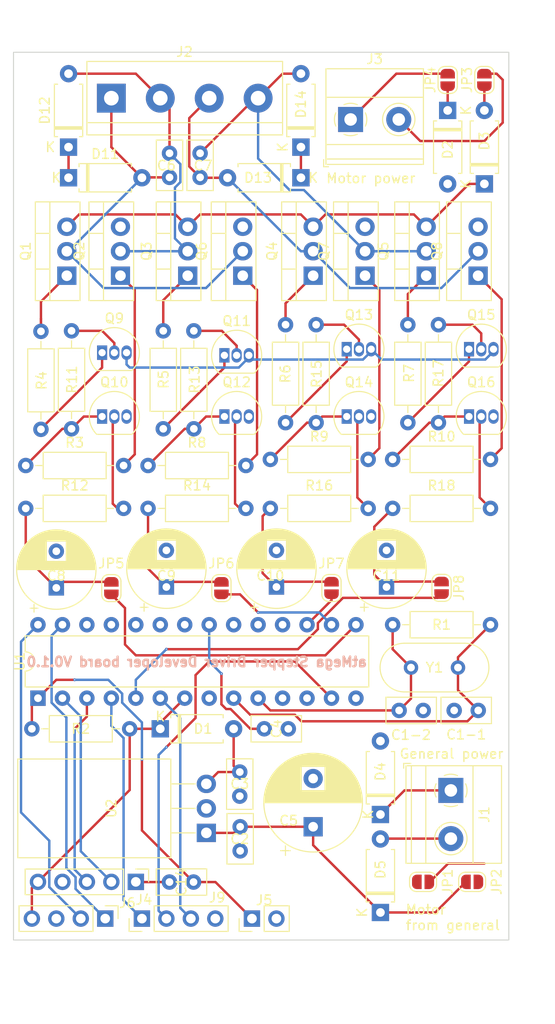
<source format=kicad_pcb>
(kicad_pcb (version 20221018) (generator pcbnew)
  (title_block (date "2023-08-08") (rev "v0.0.6"))
  (layers (0 "F.Cu" signal) (31 "B.Cu" signal) (34 "B.Paste" user) (35 "F.Paste" user) (36 "B.SilkS" user "B.Silkscreen") (37 "F.SilkS" user "F.Silkscreen") (38 "B.Mask" user) (39 "F.Mask" user) (44 "Edge.Cuts" user))
  (net 0 "")
  (net 1 "Net-(U1-XTAL1{slash}PB6)")
  (net 2 "GND")
  (net 3 "Net-(U1-XTAL2{slash}PB7)")
  (net 4 "+5V")
  (net 5 "Net-(U1-AREF)")
  (net 6 "VCCInput")
  (net 7 "Net-(D11-K)")
  (net 8 "output A")
  (net 9 "output !A")
  (net 10 "Net-(D13-K)")
  (net 11 "output B")
  (net 12 "output !B")
  (net 13 "Net-(J3-Pin_1)")
  (net 14 "Net-(J3-Pin_2)")
  (net 15 "DTR")
  (net 16 "TX")
  (net 17 "RX")
  (net 18 "Motor Power")
  (net 19 "Motor Ground")
  (net 20 "Gate 1")
  (net 21 "Net-(D1-A)")
  (net 22 "Gate 2")
  (net 23 "Net-(JP5-B)")
  (net 24 "Gate 3")
  (net 25 "Net-(D2-K)")
  (net 26 "Gate 4")
  (net 27 "Net-(D3-A)")
  (net 28 "Net-(Q1-B)")
  (net 29 "Net-(Q2-B)")
  (net 30 "Net-(Q3-B)")
  (net 31 "Net-(Q4-B)")
  (net 32 "Net-(Q5-B)")
  (net 33 "Net-(Q6-B)")
  (net 34 "Net-(Q7-B)")
  (net 35 "Net-(Q8-B)")
  (net 36 "Net-(Q9-C)")
  (net 37 "Net-(Q9-B)")
  (net 38 "Net-(Q10-C)")
  (net 39 "Net-(Q10-B)")
  (net 40 "Net-(Q11-C)")
  (net 41 "Net-(Q11-B)")
  (net 42 "Net-(Q12-C)")
  (net 43 "Net-(Q12-B)")
  (net 44 "Net-(Q13-C)")
  (net 45 "Net-(Q13-B)")
  (net 46 "Net-(Q14-C)")
  (net 47 "Net-(Q14-B)")
  (net 48 "Net-(Q15-C)")
  (net 49 "Net-(Q15-B)")
  (net 50 "Net-(Q16-C)")
  (net 51 "Net-(Q16-B)")
  (net 52 "RST")
  (net 53 "Net-(D4-K)")
  (net 54 "Net-(D5-A)")
  (net 55 "Net-(JP7-B)")
  (net 59 "Net-(JP6-B)")
  (net 60 "Step")
  (net 67 "Jumper To lower Pins")
  (net 68 "Error")
  (net 69 "Rotation")
  (net 70 "SDA")
  (net 71 "SCL")
  (footprint "Diode_THT:D_A-405_P7.62mm_Horizontal" (layer "F.Cu") (at 71.12 58.42)
    (fp_text reference "D11")
    (fp_text value "D")
  )
  (footprint "Connector_PinHeader_2.54mm:PinHeader_1x04_P2.54mm_Vertical" (layer "F.Cu") (at 78.74 135.255 90)
    (fp_text reference "J9")
    (fp_text value "Stepper communication pins")
  )
  (footprint "Package_TO_SOT_THT:TO-220-3_Vertical" (layer "F.Cu") (at 89.21 68.58 90)
    (fp_text reference "Q6")
    (fp_text value "TIP41C")
  )
  (footprint "Package_TO_SOT_THT:TO-220-3_Vertical" (layer "F.Cu") (at 108.26 68.58 90)
    (fp_text reference "Q5")
    (fp_text value "TIP42C")
  )
  (footprint "Package_TO_SOT_THT:TO-220-3_Vertical" (layer "F.Cu") (at 83.495 68.58 90)
    (fp_text reference "Q3")
    (fp_text value "TIP42C")
  )
  (footprint "Resistor_THT:R_Axial_DIN0207_L6.3mm_D2.5mm_P10.16mm_Horizontal" (layer "F.Cu") (at 68.253668 74.350051 -90)
    (fp_text reference "R4")
    (fp_text value "50")
  )
  (footprint "Capacitor_THT:C_Disc_D5.0mm_W2.5mm_P2.50mm" (layer "F.Cu") (at 84.78 55.88 -90)
    (fp_text reference "C7")
    (fp_text value "C")
  )
  (footprint "Package_TO_SOT_THT:TO-92_Inline" (layer "F.Cu") (at 74.605 76.56)
    (fp_text reference "Q9")
    (fp_text value "BC557")
  )
  (footprint "Capacitor_THT:C_Disc_D5.0mm_W2.5mm_P2.50mm" (layer "F.Cu") (at 81.605 55.88 -90)
    (fp_text reference "C6")
    (fp_text value "C")
  )
  (footprint "Resistor_THT:R_Axial_DIN0207_L6.3mm_D2.5mm_P10.16mm_Horizontal" (layer "F.Cu") (at 106.355 83.82 90)
    (fp_text reference "R7")
    (fp_text value "50")
  )
  (footprint "Package_TO_SOT_THT:TO-92_Inline" (layer "F.Cu") (at 87.305 83.185)
    (fp_text reference "Q12")
    (fp_text value "BC547")
  )
  (footprint "Package_TO_SOT_THT:TO-92_Inline" (layer "F.Cu") (at 100.005 83.185)
    (fp_text reference "Q14")
    (fp_text value "BC547")
  )
  (footprint "Resistor_THT:R_Axial_DIN0207_L6.3mm_D2.5mm_P10.16mm_Horizontal" (layer "F.Cu") (at 80.955 84.455 90)
    (fp_text reference "R5")
    (fp_text value "50")
  )
  (footprint "Jumper:SolderJumper-2_P1.3mm_Open_RoundedPad1.0x1.5mm" (layer "F.Cu") (at 114.3 48.275 90)
    (fp_text reference "JP3")
    (fp_text value "SolderJumper_2_Open")
  )
  (footprint "Package_TO_SOT_THT:TO-92_Inline" (layer "F.Cu") (at 112.705 76.2)
    (fp_text reference "Q15")
    (fp_text value "BC557")
  )
  (footprint "Diode_THT:D_A-405_P7.62mm_Horizontal" (layer "F.Cu") (at 71.12 55.245 90)
    (fp_text reference "D12")
    (fp_text value "D")
  )
  (footprint "Package_TO_SOT_THT:TO-220-3_Vertical" (layer "F.Cu") (at 70.94 68.58 90)
    (fp_text reference "Q1")
    (fp_text value "TIP42C")
  )
  (footprint "Resistor_THT:R_Axial_DIN0207_L6.3mm_D2.5mm_P10.16mm_Horizontal" (layer "F.Cu") (at 96.83 83.82 90)
    (fp_text reference "R15")
    (fp_text value "1k")
  )
  (footprint "Package_TO_SOT_THT:TO-220-3_Vertical" (layer "F.Cu") (at 76.51 68.58 90)
    (fp_text reference "Q2")
    (fp_text value "TIP41C")
  )
  (footprint "Resistor_THT:R_Axial_DIN0207_L6.3mm_D2.5mm_P10.16mm_Horizontal" (layer "F.Cu") (at 71.43 84.455 90)
    (fp_text reference "R11")
    (fp_text value "1k")
  )
  (footprint "Resistor_THT:R_Axial_DIN0207_L6.3mm_D2.5mm_P10.16mm_Horizontal" (layer "F.Cu") (at 109.53 83.82 90)
    (fp_text reference "R17")
    (fp_text value "1k")
  )
  (footprint "Jumper:SolderJumper-2_P1.3mm_Open_RoundedPad1.0x1.5mm" (layer "F.Cu") (at 75.565 100.98 -90)
    (fp_text reference "JP5")
    (fp_text value "SolderJumper_2_Open")
  )
  (footprint "Resistor_THT:R_Axial_DIN0207_L6.3mm_D2.5mm_P10.16mm_Horizontal" (layer "F.Cu") (at 93.655 73.66 -90)
    (fp_text reference "R6")
    (fp_text value "50")
  )
  (footprint "Resistor_THT:R_Axial_DIN0207_L6.3mm_D2.5mm_P10.16mm_Horizontal" (layer "F.Cu") (at 92.075 92.71)
    (fp_text reference "R16")
    (fp_text value "1k")
  )
  (footprint "Jumper:SolderJumper-2_P1.3mm_Open_RoundedPad1.0x1.5mm" (layer "F.Cu") (at 110.49 48.275 90)
    (fp_text reference "JP4")
    (fp_text value "SolderJumper_2_Open")
  )
  (footprint "Resistor_THT:R_Axial_DIN0207_L6.3mm_D2.5mm_P10.16mm_Horizontal" (layer "F.Cu") (at 66.675 92.71)
    (fp_text reference "R12")
    (fp_text value "1k")
  )
  (footprint "TerminalBlock_Phoenix:TerminalBlock_Phoenix_MKDS-1,5-2_1x02_P5.00mm_Horizontal" (layer "F.Cu") (at 110.82 121.96 -90)
    (fp_text reference "J1")
    (fp_text value "General power")
  )
  (footprint "Package_TO_SOT_THT:TO-92_Inline" (layer "F.Cu") (at 100.005 76.2)
    (fp_text reference "Q13")
    (fp_text value "BC557")
  )
  (footprint "Jumper:SolderJumper-2_P1.3mm_Open_RoundedPad1.0x1.5mm" (layer "F.Cu") (at 107.935 131.445 180)
    (fp_text reference "JP1")
    (fp_text value "SolderJumper_2_Open")
  )
  (footprint "Jumper:SolderJumper-2_P1.3mm_Open_RoundedPad1.0x1.5mm" (layer "F.Cu") (at 109.855 100.95 -90)
    (fp_text reference "JP8")
    (fp_text value "SolderJumper_2_Open")
  )
  (footprint "Package_TO_SOT_THT:TO-220-3_Horizontal_TabDown" (layer "F.Cu") (at 85.43 126.365 90)
    (fp_text reference "U2")
    (fp_text value "LM7805_TO220")
  )
  (footprint "Capacitor_THT:CP_Radial_D8.0mm_P3.80mm" (layer "F.Cu") (at 81.28 100.862651 90)
    (fp_text reference "C9")
    (fp_text value "C")
  )
  (footprint "Resistor_THT:R_Axial_DIN0207_L6.3mm_D2.5mm_P10.16mm_Horizontal" (layer "F.Cu") (at 92.075 87.63)
    (fp_text reference "R9")
    (fp_text value "50")
  )
  (footprint "Connector_PinHeader_2.54mm:PinHeader_1x05_P2.54mm_Vertical" (layer "F.Cu") (at 78.105 131.445 -90)
    (fp_text reference "J4")
    (fp_text value "Conn_01x05_Socket")
  )
  (footprint "Capacitor_THT:CP_Radial_D8.0mm_P3.80mm" (layer "F.Cu") (at 69.85 100.955 90)
    (fp_text reference "C8")
    (fp_text value "C")
  )
  (footprint "Capacitor_THT:C_Disc_D5.0mm_W2.5mm_P2.50mm" (layer "F.Cu") (at 81.598041 131.465553)
    (fp_text reference "C14")
    (fp_text value "C")
  )
  (footprint "Capacitor_THT:CP_Radial_D8.0mm_P3.80mm" (layer "F.Cu") (at 104.14 100.862651 90)
    (fp_text reference "C11")
    (fp_text value "C")
  )
  (footprint "Jumper:SolderJumper-2_P1.3mm_Open_RoundedPad1.0x1.5mm" (layer "F.Cu") (at 86.995 100.98 -90)
    (fp_text reference "JP6")
    (fp_text value "SolderJumper_2_Open")
  )
  (footprint "TerminalBlock_Phoenix:TerminalBlock_Phoenix_MKDS-1,5-2_1x02_P5.00mm_Horizontal" (layer "F.Cu") (at 100.41 52.375)
    (fp_text reference "J3")
    (fp_text value "Motor power")
  )
  (footprint "Connector_PinHeader_2.54mm:PinHeader_1x04_P2.54mm_Vertical" (layer "F.Cu") (at 74.93 135.255 -90)
    (fp_text reference "J6")
    (fp_text value "I2C Communication pins")
  )
  (footprint "Package_TO_SOT_THT:TO-92_Inline" (layer "F.Cu") (at 112.705 83.185)
    (fp_text reference "Q16")
    (fp_text value "BC547")
  )
  (footprint "Capacitor_THT:C_Disc_D5.0mm_W2.5mm_P2.50mm" (layer "F.Cu") (at 93.94 115.57 180)
    (fp_text reference "C4")
    (fp_text value "C")
  )
  (footprint "Capacitor_THT:C_Disc_D5.0mm_W2.5mm_P2.50mm" (layer "F.Cu") (at 88.94 128.23 90)
    (fp_text reference "C2")
    (fp_text value "C")
  )
  (footprint "Resistor_THT:R_Axial_DIN0207_L6.3mm_D2.5mm_P10.16mm_Horizontal" (layer "F.Cu") (at 66.675 88.265)
    (fp_text reference "R3")
    (fp_text value "50")
  )
  (footprint "Diode_THT:D_A-405_P7.62mm_Horizontal" (layer "F.Cu") (at 103.505 134.62 90)
    (fp_text reference "D5")
    (fp_text value "D")
  )
  (footprint "Diode_THT:D_A-405_P7.62mm_Horizontal" (layer "F.Cu") (at 80.645 115.57)
    (fp_text reference "D1")
    (fp_text value "D")
  )
  (footprint "Resistor_THT:R_Axial_DIN0207_L6.3mm_D2.5mm_P10.16mm_Horizontal" (layer "F.Cu") (at 79.375 92.71)
    (fp_text reference "R14")
    (fp_text value "1k")
  )
  (footprint "Diode_THT:D_A-405_P7.62mm_Horizontal" (layer "F.Cu") (at 95.25 58.42 180)
    (fp_text reference "D13")
    (fp_text value "D")
  )
  (footprint "Resistor_THT:R_Axial_DIN0207_L6.3mm_D2.5mm_P10.16mm_Horizontal" (layer "F.Cu") (at 104.775 87.63)
    (fp_text reference "R10")
    (fp_text value "50")
  )
  (footprint "Resistor_THT:R_Axial_DIN0207_L6.3mm_D2.5mm_P10.16mm_Horizontal" (layer "F.Cu") (at 114.935 104.775 180)
    (fp_text reference "R1")
    (fp_text value "1M")
  )
  (footprint "Jumper:SolderJumper-2_P1.3mm_Open_RoundedPad1.0x1.5mm" (layer "F.Cu") (at 113.03 131.445)
    (fp_text reference "JP2")
    (fp_text value "SolderJumper_2_Open")
  )
  (footprint "Connector_PinHeader_2.54mm:PinHeader_1x02_P2.54mm_Vertical" (layer "F.Cu") (at 90.165 135.255 90)
    (fp_text reference "J5")
    (fp_text value "Reset Header")
  )
  (footprint "Package_TO_SOT_THT:TO-92_Inline" (layer "F.Cu") (at 74.605 83.185)
    (fp_text reference "Q10")
    (fp_text value "BC547")
  )
  (footprint "Jumper:SolderJumper-2_P1.3mm_Open_RoundedPad1.0x1.5mm" (layer "F.Cu") (at 98.425 100.965 -90)
    (fp_text reference "JP7")
    (fp_text value "SolderJumper_2_Open")
  )
  (footprint "Capacitor_THT:C_Disc_D5.0mm_W2.5mm_P2.50mm" (layer "F.Cu") (at 88.9 122.555 90)
    (fp_text reference "C3")
    (fp_text value "C")
  )
  (footprint "Diode_THT:D_A-405_P7.62mm_Horizontal" (layer "F.Cu") (at 110.49 51.435 -90)
    (fp_text reference "D2")
    (fp_text value "D")
  )
  (footprint "Capacitor_THT:C_Disc_D5.0mm_W2.5mm_P2.50mm" (layer "F.Cu") (at 113.665 113.665 180)
    (fp_text reference "C1-1")
    (fp_text value "C")
  )
  (footprint "Package_TO_SOT_THT:TO-220-3_Vertical" (layer "F.Cu") (at 101.91 68.58 90)
    (fp_text reference "Q7")
    (fp_text value "TIP41C")
  )
  (footprint "Diode_THT:D_A-405_P7.62mm_Horizontal" (layer "F.Cu") (at 103.505 124.46 90)
    (fp_text reference "D4")
    (fp_text value "D")
  )
  (footprint "Package_DIP:DIP-28_W7.62mm" (layer "F.Cu") (at 67.945 112.395 90)
    (fp_text reference "U1")
    (fp_text value "ATmega328P-P")
  )
  (footprint "Resistor_THT:R_Axial_DIN0207_L6.3mm_D2.5mm_P10.16mm_Horizontal" (layer "F.Cu") (at 67.31 115.57)
    (fp_text reference "R2")
    (fp_text value "10k")
  )
  (footprint "Capacitor_THT:CP_Radial_D8.0mm_P3.80mm" (layer "F.Cu") (at 92.71 100.862651 90)
    (fp_text reference "C10")
    (fp_text value "C")
  )
  (footprint "Diode_THT:D_A-405_P7.62mm_Horizontal" (layer "F.Cu") (at 95.25 55.245 90)
    (fp_text reference "D14")
    (fp_text value "D")
  )
  (footprint "Package_TO_SOT_THT:TO-220-3_Vertical" (layer "F.Cu") (at 96.52 68.58 90)
    (fp_text reference "Q4")
    (fp_text value "TIP42C")
  )
  (footprint "Package_TO_SOT_THT:TO-220-3_Vertical" (layer "F.Cu") (at 113.65 68.58 90)
    (fp_text reference "Q8")
    (fp_text value "TIP41C")
  )
  (footprint "Package_TO_SOT_THT:TO-92_Inline" (layer "F.Cu") (at 87.305 76.835)
    (fp_text reference "Q11")
    (fp_text value "BC557")
  )
  (footprint "Capacitor_THT:CP_Radial_D10.0mm_P5.00mm" (layer "F.Cu") (at 96.52 125.73 90)
    (fp_text reference "C5")
    (fp_text value "C")
  )
  (footprint "Resistor_THT:R_Axial_DIN0207_L6.3mm_D2.5mm_P10.16mm_Horizontal" (layer "F.Cu") (at 79.375 88.265)
    (fp_text reference "R8")
    (fp_text value "50")
  )
  (footprint "Resistor_THT:R_Axial_DIN0207_L6.3mm_D2.5mm_P10.16mm_Horizontal" (layer "F.Cu") (at 84.13 84.455 90)
    (fp_text reference "R13")
    (fp_text value "1k")
  )
  (footprint "Diode_THT:D_A-405_P7.62mm_Horizontal" (layer "F.Cu") (at 114.3 59.055 90)
    (fp_text reference "D3")
    (fp_text value "D")
  )
  (footprint "Crystal:Crystal_HC49-U_Vertical" (layer "F.Cu") (at 106.68 109.22)
    (fp_text reference "Y1")
    (fp_text value "Crystal")
  )
  (footprint "TerminalBlock:TerminalBlock_bornier-4_P5.08mm" (layer "F.Cu") (at 75.565 50.165)
    (fp_text reference "J2")
    (fp_text value "Motor Output")
  )
  (footprint "Capacitor_THT:C_Disc_D5.0mm_W2.5mm_P2.50mm" (layer "F.Cu") (at 105.45 113.665)
    (fp_text reference "C1-2")
    (fp_text value "C")
  )
  (footprint "Resistor_THT:R_Axial_DIN0207_L6.3mm_D2.5mm_P10.16mm_Horizontal" (layer "F.Cu") (at 104.775 92.71)
    (fp_text reference "R18")
    (fp_text value "1k")
  )
  (gr_rect (start 65.405 45.4025) (end 116.84 137.4775) (stroke (width 0.1)) (fill none) (layer "Edge.Cuts"))
  (gr_text "atMega Stepper Driver Developer board V0.1.0" (at 102.235 109.22) (layer "B.SilkS") (effects (font (size 1 1) (thickness 0.25) bold) (justify left bottom mirror)))
  (gr_text "Motor power\n" (at 97.79 59.055) (layer "F.SilkS") (effects (font (size 1 1)) (justify left bottom)))
  (gr_text "General power" (at 105.41 118.745) (layer "F.SilkS") (effects (font (size 1 1)) (justify left bottom)))
  (gr_text "Motor\nfrom general\n" (at 106.045 136.525) (layer "F.SilkS") (effects (font (size 1 1)) (justify left bottom)))
  (segment (start 113.665 113.665) (end 112.54 114.79) (width 0.25) (layer "F.Cu") (net 1))
  (segment (start 89.985 114.115) (end 88.265 112.395) (width 0.25) (layer "F.Cu") (net 1))
  (segment (start 112.54 114.79) (end 95.29 114.79) (width 0.25) (layer "F.Cu") (net 1))
  (segment (start 114.935 104.775) (end 111.56 108.15) (width 0.25) (layer "F.Cu") (net 1))
  (segment (start 95.29 114.79) (end 94.615 114.115) (width 0.25) (layer "F.Cu") (net 1))
  (segment (start 111.56 111.56) (end 113.665 113.665) (width 0.25) (layer "F.Cu") (net 1))
  (segment (start 111.56 108.15) (end 111.56 109.22) (width 0.25) (layer "F.Cu") (net 1))
  (segment (start 94.615 114.115) (end 89.985 114.115) (width 0.25) (layer "F.Cu") (net 1))
  (segment (start 111.56 109.22) (end 111.56 111.56) (width 0.25) (layer "F.Cu") (net 1))
  (segment (start 106.68 109.22) (end 106.68 112.435) (width 0.25) (layer "F.Cu") (net 3))
  (segment (start 105.45 113.665) (end 92.075 113.665) (width 0.25) (layer "F.Cu") (net 3))
  (segment (start 104.775 104.775) (end 104.775 107.315) (width 0.25) (layer "F.Cu") (net 3))
  (segment (start 106.68 112.435) (end 105.45 113.665) (width 0.25) (layer "F.Cu") (net 3))
  (segment (start 104.775 107.315) (end 106.68 109.22) (width 0.25) (layer "F.Cu") (net 3))
  (segment (start 92.075 113.665) (end 90.805 112.395) (width 0.25) (layer "F.Cu") (net 3))
  (segment (start 77.47 115.57) (end 80.645 115.57) (width 0.25) (layer "F.Cu") (net 4))
  (segment (start 67.31 132.08) (end 67.945 131.445) (width 0.25) (layer "F.Cu") (net 4))
  (segment (start 67.945 131.445) (end 77.47 121.92) (width 0.25) (layer "F.Cu") (net 4))
  (segment (start 80.645 115.57) (end 80.645 114.935) (width 0.25) (layer "F.Cu") (net 4))
  (segment (start 80.645 114.935) (end 83.185 112.395) (width 0.25) (layer "F.Cu") (net 4))
  (segment (start 77.47 121.92) (end 77.47 115.57) (width 0.25) (layer "F.Cu") (net 4))
  (segment (start 67.31 135.255) (end 67.31 132.08) (width 0.25) (layer "F.Cu") (net 4))
  (segment (start 77.47 78.105) (end 88.8 78.105) (width 0.25) (layer "B.Cu") (net 4))
  (segment (start 101.695 77.275) (end 102.545 76.425) (width 0.25) (layer "B.Cu") (net 4))
  (segment (start 115.245 76.2) (end 115.245 76.425) (width 0.25) (layer "B.Cu") (net 4))
  (segment (start 103.62 77.275) (end 102.545 76.2) (width 0.25) (layer "B.Cu") (net 4))
  (segment (start 77.145 77.78) (end 77.47 78.105) (width 0.25) (layer "B.Cu") (net 4))
  (segment (start 88.8 78.105) (end 89.845 77.06) (width 0.25) (layer "B.Cu") (net 4))
  (segment (start 89.845 76.835) (end 90.285 77.275) (width 0.25) (layer "B.Cu") (net 4))
  (segment (start 115.245 76.425) (end 114.395 77.275) (width 0.25) (layer "B.Cu") (net 4))
  (segment (start 90.285 77.275) (end 101.695 77.275) (width 0.25) (layer "B.Cu") (net 4))
  (segment (start 102.545 76.425) (end 102.545 76.2) (width 0.25) (layer "B.Cu") (net 4))
  (segment (start 77.145 76.56) (end 77.145 77.78) (width 0.25) (layer "B.Cu") (net 4))
  (segment (start 89.845 77.06) (end 89.845 76.835) (width 0.25) (layer "B.Cu") (net 4))
  (segment (start 114.395 77.275) (end 103.62 77.275) (width 0.25) (layer "B.Cu") (net 4))
  (segment (start 86.995 113.03) (end 86.995 109.855) (width 0.25) (layer "F.Cu") (net 5))
  (segment (start 91.44 115.57) (end 89.997412 115.57) (width 0.25) (layer "F.Cu") (net 5))
  (segment (start 87.947412 113.52) (end 87.485 113.52) (width 0.25) (layer "F.Cu") (net 5))
  (segment (start 89.997412 115.57) (end 87.947412 113.52) (width 0.25) (layer "F.Cu") (net 5))
  (segment (start 87.485 113.52) (end 86.995 113.03) (width 0.25) (layer "F.Cu") (net 5))
  (via micro (at 86.995 109.855) (size 0.3) (drill 0.1) (layers "F.Cu" "B.Cu") (net 5))
  (segment (start 85.725 108.585) (end 85.725 104.775) (width 0.25) (layer "B.Cu") (net 5))
  (segment (start 86.995 109.855) (end 85.725 108.585) (width 0.25) (layer "B.Cu") (net 5))
  (segment (start 103.505 134.62) (end 99.695 130.81) (width 0.25) (layer "F.Cu") (net 6))
  (segment (start 96.52 125.73) (end 96.52 127.635) (width 0.25) (layer "F.Cu") (net 6))
  (segment (start 88.94 125.73) (end 96.52 125.73) (width 0.25) (layer "F.Cu") (net 6))
  (segment (start 109.205 134.62) (end 112.38 131.445) (width 0.25) (layer "F.Cu") (net 6))
  (segment (start 88.305 126.365) (end 88.94 125.73) (width 0.25) (layer "F.Cu") (net 6))
  (segment (start 103.505 134.62) (end 109.205 134.62) (width 0.25) (layer "F.Cu") (net 6))
  (segment (start 96.52 127.635) (end 99.695 130.81) (width 0.25) (layer "F.Cu") (net 6))
  (segment (start 85.43 126.365) (end 88.305 126.365) (width 0.25) (layer "F.Cu") (net 6))
  (segment (start 71.12 55.245) (end 71.12 58.42) (width 0.25) (layer "F.Cu") (net 7))
  (segment (start 81.605 58.38) (end 78.78 58.38) (width 0.25) (layer "F.Cu") (net 8))
  (segment (start 75.565 55.245) (end 75.565 50.165) (width 0.25) (layer "F.Cu") (net 8))
  (segment (start 78.74 58.42) (end 75.565 55.245) (width 0.25) (layer "F.Cu") (net 8))
  (segment (start 78.78 58.38) (end 78.74 58.42) (width 0.25) (layer "F.Cu") (net 8))
  (segment (start 89.21 66.04) (end 85.3925 69.8575) (width 0.25) (layer "B.Cu") (net 8))
  (segment (start 71.12 66.04) (end 78.74 58.42) (width 0.25) (layer "B.Cu") (net 8))
  (segment (start 74.7575 69.8575) (end 70.94 66.04) (width 0.25) (layer "B.Cu") (net 8))
  (segment (start 85.3925 69.8575) (end 74.7575 69.8575) (width 0.25) (layer "B.Cu") (net 8))
  (segment (start 70.94 66.04) (end 71.12 66.04) (width 0.25) (layer "B.Cu") (net 8))
  (segment (start 78.105 47.625) (end 80.645 50.165) (width 0.25) (layer "F.Cu") (net 9))
  (segment (start 81.605 51.125) (end 80.645 50.165) (width 0.25) (layer "F.Cu") (net 9))
  (segment (start 71.12 47.625) (end 78.105 47.625) (width 0.25) (layer "F.Cu") (net 9))
  (segment (start 81.605 55.88) (end 81.605 51.125) (width 0.25) (layer "F.Cu") (net 9))
  (segment (start 82.73 58.875) (end 82.73 57.005) (width 0.25) (layer "B.Cu") (net 9))
  (segment (start 83.495 66.04) (end 82.17 64.715) (width 0.25) (layer "B.Cu") (net 9))
  (segment (start 83.495 66.04) (end 76.51 66.04) (width 0.25) (layer "B.Cu") (net 9))
  (segment (start 82.73 57.005) (end 81.605 55.88) (width 0.25) (layer "B.Cu") (net 9))
  (segment (start 82.17 64.715) (end 82.17 59.435) (width 0.25) (layer "B.Cu") (net 9))
  (segment (start 82.17 59.435) (end 82.73 58.875) (width 0.25) (layer "B.Cu") (net 9))
  (segment (start 95.25 55.245) (end 95.25 58.42) (width 0.25) (layer "F.Cu") (net 10))
  (segment (start 83.655 57.255) (end 84.78 58.38) (width 0.25) (layer "F.Cu") (net 11))
  (segment (start 83.655 52.235) (end 83.655 57.255) (width 0.25) (layer "F.Cu") (net 11))
  (segment (start 85.725 50.165) (end 83.655 52.235) (width 0.25) (layer "F.Cu") (net 11))
  (segment (start 87.63 58.42) (end 84.82 58.42) (width 0.25) (layer "F.Cu") (net 11))
  (segment (start 84.82 58.42) (end 84.78 58.38) (width 0.25) (layer "F.Cu") (net 11))
  (segment (start 96.52 66.04) (end 95.25 66.04) (width 0.25) (layer "B.Cu") (net 11))
  (segment (start 100.3375 69.8575) (end 109.8325 69.8575) (width 0.25) (layer "B.Cu") (net 11))
  (segment (start 95.25 66.04) (end 87.63 58.42) (width 0.25) (layer "B.Cu") (net 11))
  (segment (start 96.52 66.04) (end 100.3375 69.8575) (width 0.25) (layer "B.Cu") (net 11))
  (segment (start 109.8325 69.8575) (end 113.65 66.04) (width 0.25) (layer "B.Cu") (net 11))
  (segment (start 93.345 47.625) (end 90.805 50.165) (width 0.25) (layer "F.Cu") (net 12))
  (segment (start 95.25 47.625) (end 93.345 47.625) (width 0.25) (layer "F.Cu") (net 12))
  (segment (start 84.78 55.88) (end 90.495 50.165) (width 0.25) (layer "F.Cu") (net 12))
  (segment (start 90.495 50.165) (end 90.805 50.165) (width 0.25) (layer "F.Cu") (net 12))
  (segment (start 94.07 59.69) (end 90.805 56.425) (width 0.25) (layer "B.Cu") (net 12))
  (segment (start 108.26 66.04) (end 101.91 66.04) (width 0.25) (layer "B.Cu") (net 12))
  (segment (start 95.56 59.69) (end 94.07 59.69) (width 0.25) (layer "B.Cu") (net 12))
  (segment (start 90.805 56.425) (end 90.805 50.165) (width 0.25) (layer "B.Cu") (net 12))
  (segment (start 101.91 66.04) (end 95.56 59.69) (width 0.25) (layer "B.Cu") (net 12))
  (segment (start 100.41 52.375) (end 105.16 47.625) (width 0.25) (layer "F.Cu") (net 13))
  (segment (start 105.16 47.625) (end 110.49 47.625) (width 0.25) (layer "F.Cu") (net 13))
  (segment (start 107.645 54.61) (end 105.41 52.375) (width 0.25) (layer "F.Cu") (net 14))
  (segment (start 115.57 47.625) (end 116.205 48.26) (width 0.25) (layer "F.Cu") (net 14))
  (segment (start 116.205 48.26) (end 116.205 52.705) (width 0.25) (layer "F.Cu") (net 14))
  (segment (start 116.205 52.705) (end 114.3 54.61) (width 0.25) (layer "F.Cu") (net 14))
  (segment (start 114.3 54.61) (end 107.645 54.61) (width 0.25) (layer "F.Cu") (net 14))
  (segment (start 114.3 47.625) (end 115.57 47.625) (width 0.25) (layer "F.Cu") (net 14))
  (segment (start 78.125553 131.465553) (end 78.105 131.445) (width 0.25) (layer "F.Cu") (net 15))
  (segment (start 81.598041 131.465553) (end 78.125553 131.465553) (width 0.25) (layer "F.Cu") (net 15))
  (segment (start 75.565 131.445) (end 72.39 128.27) (width 0.25) (layer "B.Cu") (net 16))
  (segment (start 72.39 114.3) (end 70.485 112.395) (width 0.25) (layer "B.Cu") (net 16))
  (segment (start 72.39 128.27) (end 72.39 114.3) (width 0.25) (layer "B.Cu") (net 16))
  (segment (start 71.755 115.57) (end 73.025 114.3) (width 0.25) (layer "F.Cu") (net 17))
  (segment (start 73.025 114.3) (end 73.025 112.395) (width 0.25) (layer "F.Cu") (net 17))
  (via micro (at 71.755 115.57) (size 0.3) (drill 0.1) (layers "F.Cu" "B.Cu") (net 17))
  (segment (start 73.025 131.445) (end 71.755 130.175) (width 0.25) (layer "B.Cu") (net 17))
  (segment (start 71.755 130.175) (end 71.755 129.54) (width 0.25) (layer "B.Cu") (net 17))
  (segment (start 71.755 129.54) (end 71.755 115.57) (width 0.25) (layer "B.Cu") (net 17))
  (segment (start 72.2175 62.2225) (end 70.94 63.5) (width 0.25) (layer "F.Cu") (net 18))
  (segment (start 82.2175 62.2225) (end 72.2175 62.2225) (width 0.25) (layer "F.Cu") (net 18))
  (segment (start 112.705 59.055) (end 108.26 63.5) (width 0.25) (layer "F.Cu") (net 18))
  (segment (start 97.7975 62.2225) (end 96.52 63.5) (width 0.25) (layer "F.Cu") (net 18))
  (segment (start 114.3 59.055) (end 112.705 59.055) (width 0.25) (layer "F.Cu") (net 18))
  (segment (start 83.495 63.5) (end 82.2175 62.2225) (width 0.25) (layer "F.Cu") (net 18))
  (segment (start 108.26 63.5) (end 106.9825 62.2225) (width 0.25) (layer "F.Cu") (net 18))
  (segment (start 84.7725 62.2225) (end 95.2425 62.2225) (width 0.25) (layer "F.Cu") (net 18))
  (segment (start 95.2425 62.2225) (end 96.52 63.5) (width 0.25) (layer "F.Cu") (net 18))
  (segment (start 106.9825 62.2225) (end 97.7975 62.2225) (width 0.25) (layer "F.Cu") (net 18))
  (segment (start 83.495 63.5) (end 84.7725 62.2225) (width 0.25) (layer "F.Cu") (net 18))
  (segment (start 110.538098 129.54) (end 114.3 129.54) (width 0.25) (layer "F.Cu") (net 19))
  (segment (start 108.633098 131.445) (end 110.538098 129.54) (width 0.25) (layer "F.Cu") (net 19))
  (segment (start 108.585 131.445) (end 108.633098 131.445) (width 0.25) (layer "F.Cu") (net 19))
  (segment (start 69.85 100.955) (end 66.675 97.78) (width 0.25) (layer "F.Cu") (net 20))
  (segment (start 70.475 100.33) (end 69.85 100.955) (width 0.25) (layer "F.Cu") (net 20))
  (segment (start 66.675 97.78) (end 66.675 92.71) (width 0.25) (layer "F.Cu") (net 20))
  (segment (start 75.565 100.33) (end 70.475 100.33) (width 0.25) (layer "F.Cu") (net 20))
  (segment (start 88.9 120.055) (end 86.66 120.055) (width 0.25) (layer "F.Cu") (net 21))
  (segment (start 86.66 120.055) (end 85.43 121.285) (width 0.25) (layer "F.Cu") (net 21))
  (segment (start 88.265 119.42) (end 88.9 120.055) (width 0.25) (layer "F.Cu") (net 21))
  (segment (start 88.265 115.57) (end 88.265 119.42) (width 0.25) (layer "F.Cu") (net 21))
  (segment (start 81.812651 100.33) (end 86.995 100.33) (width 0.25) (layer "F.Cu") (net 22))
  (segment (start 81.28 100.862651) (end 81.812651 100.33) (width 0.25) (layer "F.Cu") (net 22))
  (segment (start 79.375 92.71) (end 79.375 98.957651) (width 0.25) (layer "F.Cu") (net 22))
  (segment (start 79.375 98.957651) (end 81.28 100.862651) (width 0.25) (layer "F.Cu") (net 22))
  (segment (start 76.98 103.045) (end 76.98 106.825) (width 0.25) (layer "F.Cu") (net 23))
  (segment (start 75.565 101.63) (end 76.98 103.045) (width 0.25) (layer "F.Cu") (net 23))
  (segment (start 97.79 107.95) (end 100.965 104.775) (width 0.25) (layer "F.Cu") (net 23))
  (segment (start 78.105 107.95) (end 97.79 107.95) (width 0.25) (layer "F.Cu") (net 23))
  (segment (start 76.98 106.825) (end 78.105 107.95) (width 0.25) (layer "F.Cu") (net 23))
  (segment (start 93.257651 100.315) (end 98.425 100.315) (width 0.25) (layer "F.Cu") (net 24))
  (segment (start 91.275001 93.509999) (end 91.275001 99.427652) (width 0.25) (layer "F.Cu") (net 24))
  (segment (start 92.71 100.862651) (end 93.257651 100.315) (width 0.25) (layer "F.Cu") (net 24))
  (segment (start 91.275001 99.427652) (end 92.71 100.862651) (width 0.25) (layer "F.Cu") (net 24))
  (segment (start 92.075 92.71) (end 91.275001 93.509999) (width 0.25) (layer "F.Cu") (net 24))
  (segment (start 110.49 48.925) (end 110.49 51.435) (width 0.25) (layer "F.Cu") (net 25))
  (segment (start 102.87 99.592651) (end 104.14 100.862651) (width 0.25) (layer "F.Cu") (net 26))
  (segment (start 104.702651 100.3) (end 109.855 100.3) (width 0.25) (layer "F.Cu") (net 26))
  (segment (start 102.87 94.615) (end 102.87 99.592651) (width 0.25) (layer "F.Cu") (net 26))
  (segment (start 104.775 92.71) (end 102.87 94.615) (width 0.25) (layer "F.Cu") (net 26))
  (segment (start 104.14 100.862651) (end 104.702651 100.3) (width 0.25) (layer "F.Cu") (net 26))
  (segment (start 114.3 51.435) (end 114.3 48.925) (width 0.25) (layer "F.Cu") (net 27))
  (segment (start 70.16 68.58) (end 70.94 68.58) (width 0.25) (layer "F.Cu") (net 28))
  (segment (start 68.253668 73.026332) (end 68.253668 74.350051) (width 0.25) (layer "F.Cu") (net 28))
  (segment (start 68.255 73.025) (end 68.253668 73.026332) (width 0.25) (layer "F.Cu") (net 28))
  (segment (start 68.255 74.295) (end 68.255 73.025) (width 0.25) (layer "F.Cu") (net 28))
  (segment (start 68.255 73.025) (end 68.255 71.265) (width 0.25) (layer "F.Cu") (net 28))
  (segment (start 68.255 71.265) (end 70.94 68.58) (width 0.25) (layer "F.Cu") (net 28))
  (segment (start 76.835 88.265) (end 77.995 87.105) (width 0.25) (layer "F.Cu") (net 29))
  (segment (start 77.995 87.105) (end 77.995 70.065) (width 0.25) (layer "F.Cu") (net 29))
  (segment (start 77.995 70.065) (end 76.51 68.58) (width 0.25) (layer "F.Cu") (net 29))
  (segment (start 80.955 74.295) (end 80.955 71.12) (width 0.25) (layer "F.Cu") (net 30))
  (segment (start 80.955 71.12) (end 83.495 68.58) (width 0.25) (layer "F.Cu") (net 30))
  (segment (start 93.655 71.445) (end 96.52 68.58) (width 0.25) (layer "F.Cu") (net 31))
  (segment (start 93.655 73.66) (end 93.655 71.445) (width 0.25) (layer "F.Cu") (net 31))
  (segment (start 106.355 70.485) (end 108.26 68.58) (width 0.25) (layer "F.Cu") (net 32))
  (segment (start 106.355 73.66) (end 106.355 70.485) (width 0.25) (layer "F.Cu") (net 32))
  (segment (start 90.695 70.065) (end 89.21 68.58) (width 0.25) (layer "F.Cu") (net 33))
  (segment (start 90.695 87.105) (end 90.695 70.065) (width 0.25) (layer "F.Cu") (net 33))
  (segment (start 89.535 88.265) (end 90.695 87.105) (width 0.25) (layer "F.Cu") (net 33))
  (segment (start 103.395 70.065) (end 101.91 68.58) (width 0.25) (layer "F.Cu") (net 34))
  (segment (start 103.395 86.47) (end 103.395 70.065) (width 0.25) (layer "F.Cu") (net 34))
  (segment (start 102.235 87.63) (end 103.395 86.47) (width 0.25) (layer "F.Cu") (net 34))
  (segment (start 116.095 86.47) (end 116.095 71.025) (width 0.25) (layer "F.Cu") (net 35))
  (segment (start 116.095 71.025) (end 113.65 68.58) (width 0.25) (layer "F.Cu") (net 35))
  (segment (start 114.935 87.63) (end 116.095 86.47) (width 0.25) (layer "F.Cu") (net 35))
  (segment (start 74.605 76.56) (end 74.605 78.105) (width 0.25) (layer "F.Cu") (net 36))
  (segment (start 68.253668 84.456332) (end 68.253668 84.510051) (width 0.25) (layer "F.Cu") (net 36))
  (segment (start 74.605 78.105) (end 68.253668 84.456332) (width 0.25) (layer "F.Cu") (net 36))
  (segment (start 75.875 75.56) (end 74.61 74.295) (width 0.25) (layer "F.Cu") (net 37))
  (segment (start 74.61 74.295) (end 71.43 74.295) (width 0.25) (layer "F.Cu") (net 37))
  (segment (start 75.875 76.56) (end 75.875 75.56) (width 0.25) (layer "F.Cu") (net 37))
  (segment (start 74.605 83.185) (end 72.7 83.185) (width 0.25) (layer "F.Cu") (net 38))
  (segment (start 70.485 84.455) (end 71.43 84.455) (width 0.25) (layer "F.Cu") (net 38))
  (segment (start 66.675 88.265) (end 70.485 84.455) (width 0.25) (layer "F.Cu") (net 38))
  (segment (start 72.7 83.185) (end 71.43 84.455) (width 0.25) (layer "F.Cu") (net 38))
  (segment (start 75.875 83.185) (end 75.71 83.35) (width 0.25) (layer "F.Cu") (net 39))
  (segment (start 75.71 92.22) (end 76.2 92.71) (width 0.25) (layer "F.Cu") (net 39))
  (segment (start 75.71 83.35) (end 75.71 92.22) (width 0.25) (layer "F.Cu") (net 39))
  (segment (start 87.305 76.835) (end 87.305 78.105) (width 0.25) (layer "F.Cu") (net 40))
  (segment (start 87.305 78.105) (end 80.955 84.455) (width 0.25) (layer "F.Cu") (net 40))
  (segment (start 88.575 75.835) (end 87.035 74.295) (width 0.25) (layer "F.Cu") (net 41))
  (segment (start 87.035 74.295) (end 84.13 74.295) (width 0.25) (layer "F.Cu") (net 41))
  (segment (start 88.575 76.835) (end 88.575 75.835) (width 0.25) (layer "F.Cu") (net 41))
  (segment (start 87.305 83.185) (end 85.4 83.185) (width 0.25) (layer "F.Cu") (net 42))
  (segment (start 79.375 88.265) (end 83.185 84.455) (width 0.25) (layer "F.Cu") (net 42))
  (segment (start 83.185 84.455) (end 84.13 84.455) (width 0.25) (layer "F.Cu") (net 42))
  (segment (start 85.4 83.185) (end 84.13 84.455) (width 0.25) (layer "F.Cu") (net 42))
  (segment (start 88.9 92.71) (end 88.41 92.22) (width 0.25) (layer "F.Cu") (net 43))
  (segment (start 88.41 92.22) (end 88.41 83.35) (width 0.25) (layer "F.Cu") (net 43))
  (segment (start 88.41 83.35) (end 88.575 83.185) (width 0.25) (layer "F.Cu") (net 43))
  (segment (start 100.005 77.47) (end 93.655 83.82) (width 0.25) (layer "F.Cu") (net 44))
  (segment (start 100.005 76.2) (end 100.005 77.47) (width 0.25) (layer "F.Cu") (net 44))
  (segment (start 101.275 75.2) (end 99.735 73.66) (width 0.25) (layer "F.Cu") (net 45))
  (segment (start 99.735 73.66) (end 96.83 73.66) (width 0.25) (layer "F.Cu") (net 45))
  (segment (start 101.275 76.2) (end 101.275 75.2) (width 0.25) (layer "F.Cu") (net 45))
  (segment (start 100.005 83.185) (end 97.465 83.185) (width 0.25) (layer "F.Cu") (net 46))
  (segment (start 95.885 83.82) (end 96.83 83.82) (width 0.25) (layer "F.Cu") (net 46))
  (segment (start 97.465 83.185) (end 96.83 83.82) (width 0.25) (layer "F.Cu") (net 46))
  (segment (start 92.075 87.63) (end 95.885 83.82) (width 0.25) (layer "F.Cu") (net 46))
  (segment (start 101.11 91.585) (end 101.11 82.715) (width 0.25) (layer "F.Cu") (net 47))
  (segment (start 101.6 92.075) (end 101.11 91.585) (width 0.25) (layer "F.Cu") (net 47))
  (segment (start 101.11 82.715) (end 101.275 82.55) (width 0.25) (layer "F.Cu") (net 47))
  (segment (start 112.705 75.565) (end 112.705 77.47) (width 0.25) (layer "F.Cu") (net 48))
  (segment (start 112.705 77.47) (end 106.355 83.82) (width 0.25) (layer "F.Cu") (net 48))
  (segment (start 113.975 74.565) (end 113.07 73.66) (width 0.25) (layer "F.Cu") (net 49))
  (segment (start 113.975 75.565) (end 113.975 74.565) (width 0.25) (layer "F.Cu") (net 49))
  (segment (start 113.07 73.66) (end 109.53 73.66) (width 0.25) (layer "F.Cu") (net 49))
  (segment (start 110.165 83.185) (end 109.53 83.82) (width 0.25) (layer "F.Cu") (net 50))
  (segment (start 108.585 83.82) (end 109.53 83.82) (width 0.25) (layer "F.Cu") (net 50))
  (segment (start 104.775 87.63) (end 108.585 83.82) (width 0.25) (layer "F.Cu") (net 50))
  (segment (start 112.705 83.185) (end 110.165 83.185) (width 0.25) (layer "F.Cu") (net 50))
  (segment (start 114.3 92.075) (end 113.81 91.585) (width 0.25) (layer "F.Cu") (net 51))
  (segment (start 113.81 83.35) (end 113.975 83.185) (width 0.25) (layer "F.Cu") (net 51))
  (segment (start 113.81 91.585) (end 113.81 83.35) (width 0.25) (layer "F.Cu") (net 51))
  (segment (start 69.85 110.49) (end 67.945 112.395) (width 0.25) (layer "F.Cu") (net 52))
  (segment (start 78.74 126.107512) (end 78.74 118.745) (width 0.25) (layer "F.Cu") (net 52))
  (segment (start 84.098041 131.465553) (end 86.375553 131.465553) (width 0.25) (layer "F.Cu") (net 52))
  (segment (start 71.755 110.49) (end 69.85 110.49) (width 0.25) (layer "F.Cu") (net 52))
  (segment (start 86.375553 131.465553) (end 90.165 135.255) (width 0.25) (layer "F.Cu") (net 52))
  (segment (start 67.31 113.03) (end 67.945 112.395) (width 0.25) (layer "F.Cu") (net 52))
  (segment (start 84.098041 131.465553) (end 78.74 126.107512) (width 0.25) (layer "F.Cu") (net 52))
  (segment (start 67.31 115.57) (end 67.31 113.03) (width 0.25) (layer "F.Cu") (net 52))
  (via micro (at 78.74 118.745) (size 0.3) (drill 0.1) (layers "F.Cu" "B.Cu") (net 52))
  (via micro (at 71.755 110.49) (size 0.3) (drill 0.1) (layers "F.Cu" "B.Cu") (net 52))
  (segment (start 75.250991 110.49) (end 71.755 110.49) (width 0.25) (layer "B.Cu") (net 52))
  (segment (start 76.69 112.860991) (end 76.69 111.929009) (width 0.25) (layer "B.Cu") (net 52))
  (segment (start 76.69 111.929009) (end 75.250991 110.49) (width 0.25) (layer "B.Cu") (net 52))
  (segment (start 78.74 118.745) (end 78.74 114.910991) (width 0.25) (layer "B.Cu") (net 52))
  (segment (start 78.74 114.910991) (end 76.69 112.860991) (width 0.25) (layer "B.Cu") (net 52))
  (segment (start 110.82 121.96) (end 106.005 121.96) (width 0.25) (layer "F.Cu") (net 53))
  (segment (start 106.005 121.96) (end 103.505 124.46) (width 0.25) (layer "F.Cu") (net 53))
  (segment (start 103.545 126.96) (end 103.505 127) (width 0.25) (layer "F.Cu") (net 54))
  (segment (start 110.82 126.96) (end 103.545 126.96) (width 0.25) (layer "F.Cu") (net 54))
  (segment (start 98.425 102.235) (end 95.885 104.775) (width 0.25) (layer "F.Cu") (net 55))
  (segment (start 98.425 101.615) (end 98.425 102.235) (width 0.25) (layer "F.Cu") (net 55))
  (segment (start 86.995 101.63) (end 88.93 101.63) (width 0.25) (layer "F.Cu") (net 59))
  (segment (start 88.93 101.63) (end 90.805 103.505) (width 0.25) (layer "F.Cu") (net 59))
  (via micro (at 90.805 103.505) (size 0.3) (drill 0.1) (layers "F.Cu" "B.Cu") (net 59))
  (segment (start 90.805 103.505) (end 97.155 103.505) (width 0.25) (layer "B.Cu") (net 59))
  (segment (start 97.155 103.505) (end 98.425 104.775) (width 0.25) (layer "B.Cu") (net 59))
  (segment (start 75.565 115.255991) (end 75.565 112.395) (width 0.25) (layer "B.Cu") (net 60))
  (segment (start 76.835 133.35) (end 76.835 116.525991) (width 0.25) (layer "B.Cu") (net 60))
  (segment (start 78.74 135.255) (end 76.835 133.35) (width 0.25) (layer "B.Cu") (net 60))
  (segment (start 76.835 116.525991) (end 75.565 115.255991) (width 0.25) (layer "B.Cu") (net 60))
  (segment (start 94.935991 107.315) (end 81.28 107.315) (width 0.25) (layer "F.Cu") (net 67))
  (segment (start 97.01 104.599009) (end 97.01 105.240991) (width 0.25) (layer "F.Cu") (net 67))
  (segment (start 109.467349 101.987651) (end 99.621358 101.987651) (width 0.25) (layer "F.Cu") (net 67))
  (segment (start 97.01 105.240991) (end 94.935991 107.315) (width 0.25) (layer "F.Cu") (net 67))
  (segment (start 109.855 101.6) (end 109.467349 101.987651) (width 0.25) (layer "F.Cu") (net 67))
  (segment (start 99.621358 101.987651) (end 97.01 104.599009) (width 0.25) (layer "F.Cu") (net 67))
  (via micro (at 81.28 107.315) (size 0.3) (drill 0.1) (layers "F.Cu" "B.Cu") (net 67))
  (segment (start 78.105 110.49) (end 78.105 112.395) (width 0.25) (layer "B.Cu") (net 67))
  (segment (start 81.28 107.315) (end 78.105 110.49) (width 0.25) (layer "B.Cu") (net 67))
  (segment (start 83.82 135.255) (end 82.723041 134.158041) (width 0.25) (layer "B.Cu") (net 68))
  (segment (start 82.723041 134.158041) (end 82.723041 114.473041) (width 0.25) (layer "B.Cu") (net 68))
  (segment (start 82.723041 114.473041) (end 80.645 112.395) (width 0.25) (layer "B.Cu") (net 68))
  (segment (start 84.31 112.54) (end 84.31 114.445) (width 0.25) (layer "F.Cu") (net 69))
  (segment (start 94.615 108.585) (end 85.725 108.585) (width 0.25) (layer "F.Cu") (net 69))
  (segment (start 98.425 112.395) (end 94.615 108.585) (width 0.25) (layer "F.Cu") (net 69))
  (segment (start 84.31 114.445) (end 83.82 114.935) (width 0.25) (layer "F.Cu") (net 69))
  (segment (start 85.725 108.585) (end 84.31 110) (width 0.25) (layer "F.Cu") (net 69))
  (segment (start 84.31 110) (end 84.31 112.54) (width 0.25) (layer "F.Cu") (net 69))
  (segment (start 83.82 114.935) (end 81.28 117.475) (width 0.25) (layer "F.Cu") (net 69))
  (via micro (at 81.28 117.475) (size 0.3) (drill 0.1) (layers "F.Cu" "B.Cu") (net 69))
  (segment (start 81.28 117.475) (end 80.473041 118.281959) (width 0.25) (layer "B.Cu") (net 69))
  (segment (start 80.473041 118.281959) (end 80.473041 134.448041) (width 0.25) (layer "B.Cu") (net 69))
  (segment (start 80.473041 134.448041) (end 81.28 135.255) (width 0.25) (layer "B.Cu") (net 69))
  (segment (start 69.36 105.9) (end 70.485 104.775) (width 0.25) (layer "B.Cu") (net 70))
  (segment (start 70.895 114.395991) (end 69.36 112.860991) (width 0.25) (layer "B.Cu") (net 70))
  (segment (start 71.85 132.175) (end 71.85 130.958299) (width 0.25) (layer "B.Cu") (net 70))
  (segment (start 71.85 130.958299) (end 70.895 130.003299) (width 0.25) (layer "B.Cu") (net 70))
  (segment (start 74.93 135.255) (end 71.85 132.175) (width 0.25) (layer "B.Cu") (net 70))
  (segment (start 69.36 112.860991) (end 69.36 105.9) (width 0.25) (layer "B.Cu") (net 70))
  (segment (start 70.895 130.003299) (end 70.895 114.395991) (width 0.25) (layer "B.Cu") (net 70))
  (segment (start 66.185 106.535) (end 67.945 104.775) (width 0.25) (layer "B.Cu") (net 71))
  (segment (start 69.12 131.985) (end 69.12 127.180204) (width 0.25) (layer "B.Cu") (net 71))
  (segment (start 72.39 135.255) (end 69.12 131.985) (width 0.25) (layer "B.Cu") (net 71))
  (segment (start 69.12 127.180204) (end 66.185 124.245204) (width 0.25) (layer "B.Cu") (net 71))
  (segment (start 66.185 124.245204) (end 66.185 106.535) (width 0.25) (layer "B.Cu") (net 71))
)
</source>
